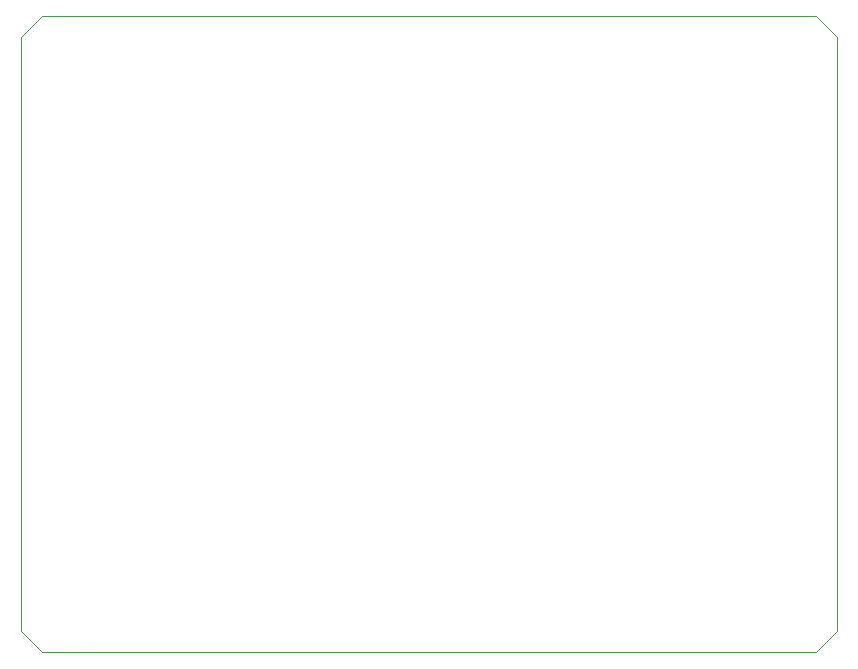
<source format=gbr>
G04 #@! TF.GenerationSoftware,KiCad,Pcbnew,6.0.2+dfsg-1*
G04 #@! TF.CreationDate,2024-02-20T11:24:07-07:00*
G04 #@! TF.ProjectId,battery_load_tester,62617474-6572-4795-9f6c-6f61645f7465,rev?*
G04 #@! TF.SameCoordinates,Original*
G04 #@! TF.FileFunction,Profile,NP*
%FSLAX46Y46*%
G04 Gerber Fmt 4.6, Leading zero omitted, Abs format (unit mm)*
G04 Created by KiCad (PCBNEW 6.0.2+dfsg-1) date 2024-02-20 11:24:07*
%MOMM*%
%LPD*%
G01*
G04 APERTURE LIST*
G04 #@! TA.AperFunction,Profile*
%ADD10C,0.100000*%
G04 #@! TD*
G04 APERTURE END LIST*
D10*
X113030000Y-55626000D02*
X111252000Y-57404000D01*
X180340000Y-57404000D02*
X178562000Y-55626000D01*
X178562000Y-109474000D02*
X180340000Y-107696000D01*
X180340000Y-107696000D02*
X180340000Y-57404000D01*
X113030000Y-109474000D02*
X178562000Y-109474000D01*
X111252000Y-107696000D02*
X113030000Y-109474000D01*
X111252000Y-57404000D02*
X111252000Y-107696000D01*
X178562000Y-55626000D02*
X113030000Y-55626000D01*
M02*

</source>
